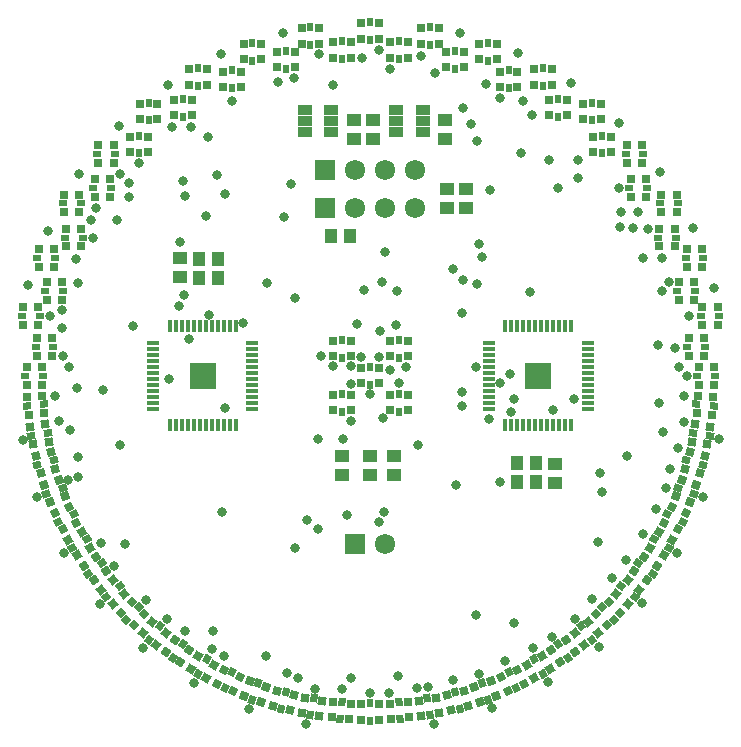
<source format=gts>
G04 Layer_Color=8388736*
%FSLAX25Y25*%
%MOIN*%
G70*
G01*
G75*
%ADD97R,0.04737X0.04343*%
%ADD98R,0.04934X0.03359*%
%ADD99R,0.04343X0.04737*%
%ADD100R,0.01600X0.04400*%
%ADD101R,0.04400X0.01600*%
%ADD102R,0.08674X0.08674*%
%ADD103R,0.02769X0.02769*%
%ADD104R,0.02375X0.02769*%
%ADD105R,0.02769X0.02769*%
%ADD106R,0.02769X0.02375*%
%ADD107P,0.03915X4X320.0*%
G04:AMPARAMS|DCode=108|XSize=23.75mil|YSize=27.69mil|CornerRadius=0mil|HoleSize=0mil|Usage=FLASHONLY|Rotation=275.000|XOffset=0mil|YOffset=0mil|HoleType=Round|Shape=Rectangle|*
%AMROTATEDRECTD108*
4,1,4,-0.01483,0.01062,0.01276,0.01304,0.01483,-0.01062,-0.01276,-0.01304,-0.01483,0.01062,0.0*
%
%ADD108ROTATEDRECTD108*%

%ADD109P,0.03915X4X335.0*%
G04:AMPARAMS|DCode=110|XSize=23.75mil|YSize=27.69mil|CornerRadius=0mil|HoleSize=0mil|Usage=FLASHONLY|Rotation=290.000|XOffset=0mil|YOffset=0mil|HoleType=Round|Shape=Rectangle|*
%AMROTATEDRECTD110*
4,1,4,-0.01707,0.00642,0.00895,0.01589,0.01707,-0.00642,-0.00895,-0.01589,-0.01707,0.00642,0.0*
%
%ADD110ROTATEDRECTD110*%

%ADD111P,0.03915X4X350.0*%
G04:AMPARAMS|DCode=112|XSize=23.75mil|YSize=27.69mil|CornerRadius=0mil|HoleSize=0mil|Usage=FLASHONLY|Rotation=305.000|XOffset=0mil|YOffset=0mil|HoleType=Round|Shape=Rectangle|*
%AMROTATEDRECTD112*
4,1,4,-0.01815,0.00179,0.00453,0.01767,0.01815,-0.00179,-0.00453,-0.01767,-0.01815,0.00179,0.0*
%
%ADD112ROTATEDRECTD112*%

%ADD113P,0.03915X4X365.0*%
G04:AMPARAMS|DCode=114|XSize=23.75mil|YSize=27.69mil|CornerRadius=0mil|HoleSize=0mil|Usage=FLASHONLY|Rotation=320.000|XOffset=0mil|YOffset=0mil|HoleType=Round|Shape=Rectangle|*
%AMROTATEDRECTD114*
4,1,4,-0.01799,-0.00297,-0.00020,0.01824,0.01799,0.00297,0.00020,-0.01824,-0.01799,-0.00297,0.0*
%
%ADD114ROTATEDRECTD114*%

%ADD115P,0.03915X4X380.0*%
G04:AMPARAMS|DCode=116|XSize=23.75mil|YSize=27.69mil|CornerRadius=0mil|HoleSize=0mil|Usage=FLASHONLY|Rotation=335.000|XOffset=0mil|YOffset=0mil|HoleType=Round|Shape=Rectangle|*
%AMROTATEDRECTD116*
4,1,4,-0.01661,-0.00753,-0.00491,0.01756,0.01661,0.00753,0.00491,-0.01756,-0.01661,-0.00753,0.0*
%
%ADD116ROTATEDRECTD116*%

%ADD117P,0.03915X4X395.0*%
G04:AMPARAMS|DCode=118|XSize=23.75mil|YSize=27.69mil|CornerRadius=0mil|HoleSize=0mil|Usage=FLASHONLY|Rotation=350.000|XOffset=0mil|YOffset=0mil|HoleType=Round|Shape=Rectangle|*
%AMROTATEDRECTD118*
4,1,4,-0.01410,-0.01157,-0.00929,0.01569,0.01410,0.01157,0.00929,-0.01569,-0.01410,-0.01157,0.0*
%
%ADD118ROTATEDRECTD118*%

%ADD119P,0.03915X4X50.0*%
G04:AMPARAMS|DCode=120|XSize=23.75mil|YSize=27.69mil|CornerRadius=0mil|HoleSize=0mil|Usage=FLASHONLY|Rotation=5.000|XOffset=0mil|YOffset=0mil|HoleType=Round|Shape=Rectangle|*
%AMROTATEDRECTD120*
4,1,4,-0.01062,-0.01483,-0.01304,0.01276,0.01062,0.01483,0.01304,-0.01276,-0.01062,-0.01483,0.0*
%
%ADD120ROTATEDRECTD120*%

%ADD121P,0.03915X4X65.0*%
G04:AMPARAMS|DCode=122|XSize=23.75mil|YSize=27.69mil|CornerRadius=0mil|HoleSize=0mil|Usage=FLASHONLY|Rotation=20.000|XOffset=0mil|YOffset=0mil|HoleType=Round|Shape=Rectangle|*
%AMROTATEDRECTD122*
4,1,4,-0.00642,-0.01707,-0.01589,0.00895,0.00642,0.01707,0.01589,-0.00895,-0.00642,-0.01707,0.0*
%
%ADD122ROTATEDRECTD122*%

%ADD123P,0.03915X4X80.0*%
G04:AMPARAMS|DCode=124|XSize=23.75mil|YSize=27.69mil|CornerRadius=0mil|HoleSize=0mil|Usage=FLASHONLY|Rotation=35.000|XOffset=0mil|YOffset=0mil|HoleType=Round|Shape=Rectangle|*
%AMROTATEDRECTD124*
4,1,4,-0.00179,-0.01815,-0.01767,0.00453,0.00179,0.01815,0.01767,-0.00453,-0.00179,-0.01815,0.0*
%
%ADD124ROTATEDRECTD124*%

%ADD125P,0.03915X4X95.0*%
G04:AMPARAMS|DCode=126|XSize=23.75mil|YSize=27.69mil|CornerRadius=0mil|HoleSize=0mil|Usage=FLASHONLY|Rotation=50.000|XOffset=0mil|YOffset=0mil|HoleType=Round|Shape=Rectangle|*
%AMROTATEDRECTD126*
4,1,4,0.00297,-0.01799,-0.01824,-0.00020,-0.00297,0.01799,0.01824,0.00020,0.00297,-0.01799,0.0*
%
%ADD126ROTATEDRECTD126*%

%ADD127P,0.03915X4X110.0*%
G04:AMPARAMS|DCode=128|XSize=23.75mil|YSize=27.69mil|CornerRadius=0mil|HoleSize=0mil|Usage=FLASHONLY|Rotation=65.000|XOffset=0mil|YOffset=0mil|HoleType=Round|Shape=Rectangle|*
%AMROTATEDRECTD128*
4,1,4,0.00753,-0.01661,-0.01756,-0.00491,-0.00753,0.01661,0.01756,0.00491,0.00753,-0.01661,0.0*
%
%ADD128ROTATEDRECTD128*%

%ADD129P,0.03915X4X125.0*%
G04:AMPARAMS|DCode=130|XSize=23.75mil|YSize=27.69mil|CornerRadius=0mil|HoleSize=0mil|Usage=FLASHONLY|Rotation=80.000|XOffset=0mil|YOffset=0mil|HoleType=Round|Shape=Rectangle|*
%AMROTATEDRECTD130*
4,1,4,0.01157,-0.01410,-0.01569,-0.00929,-0.01157,0.01410,0.01569,0.00929,0.01157,-0.01410,0.0*
%
%ADD130ROTATEDRECTD130*%

%ADD131P,0.03915X4X330.0*%
G04:AMPARAMS|DCode=132|XSize=23.75mil|YSize=27.69mil|CornerRadius=0mil|HoleSize=0mil|Usage=FLASHONLY|Rotation=285.000|XOffset=0mil|YOffset=0mil|HoleType=Round|Shape=Rectangle|*
%AMROTATEDRECTD132*
4,1,4,-0.01644,0.00789,0.01030,0.01505,0.01644,-0.00789,-0.01030,-0.01505,-0.01644,0.00789,0.0*
%
%ADD132ROTATEDRECTD132*%

%ADD133P,0.03915X4X345.0*%
G04:AMPARAMS|DCode=134|XSize=23.75mil|YSize=27.69mil|CornerRadius=0mil|HoleSize=0mil|Usage=FLASHONLY|Rotation=300.000|XOffset=0mil|YOffset=0mil|HoleType=Round|Shape=Rectangle|*
%AMROTATEDRECTD134*
4,1,4,-0.01793,0.00336,0.00605,0.01720,0.01793,-0.00336,-0.00605,-0.01720,-0.01793,0.00336,0.0*
%
%ADD134ROTATEDRECTD134*%

%ADD135P,0.03915X4X360.0*%
G04:AMPARAMS|DCode=136|XSize=23.75mil|YSize=27.69mil|CornerRadius=0mil|HoleSize=0mil|Usage=FLASHONLY|Rotation=315.000|XOffset=0mil|YOffset=0mil|HoleType=Round|Shape=Rectangle|*
%AMROTATEDRECTD136*
4,1,4,-0.01818,-0.00139,0.00139,0.01818,0.01818,0.00139,-0.00139,-0.01818,-0.01818,-0.00139,0.0*
%
%ADD136ROTATEDRECTD136*%

%ADD137P,0.03915X4X375.0*%
G04:AMPARAMS|DCode=138|XSize=23.75mil|YSize=27.69mil|CornerRadius=0mil|HoleSize=0mil|Usage=FLASHONLY|Rotation=330.000|XOffset=0mil|YOffset=0mil|HoleType=Round|Shape=Rectangle|*
%AMROTATEDRECTD138*
4,1,4,-0.01720,-0.00605,-0.00336,0.01793,0.01720,0.00605,0.00336,-0.01793,-0.01720,-0.00605,0.0*
%
%ADD138ROTATEDRECTD138*%

%ADD139P,0.03915X4X390.0*%
G04:AMPARAMS|DCode=140|XSize=23.75mil|YSize=27.69mil|CornerRadius=0mil|HoleSize=0mil|Usage=FLASHONLY|Rotation=345.000|XOffset=0mil|YOffset=0mil|HoleType=Round|Shape=Rectangle|*
%AMROTATEDRECTD140*
4,1,4,-0.01505,-0.01030,-0.00789,0.01644,0.01505,0.01030,0.00789,-0.01644,-0.01505,-0.01030,0.0*
%
%ADD140ROTATEDRECTD140*%

%ADD141P,0.03915X4X60.0*%
G04:AMPARAMS|DCode=142|XSize=23.75mil|YSize=27.69mil|CornerRadius=0mil|HoleSize=0mil|Usage=FLASHONLY|Rotation=15.000|XOffset=0mil|YOffset=0mil|HoleType=Round|Shape=Rectangle|*
%AMROTATEDRECTD142*
4,1,4,-0.00789,-0.01644,-0.01505,0.01030,0.00789,0.01644,0.01505,-0.01030,-0.00789,-0.01644,0.0*
%
%ADD142ROTATEDRECTD142*%

%ADD143P,0.03915X4X75.0*%
G04:AMPARAMS|DCode=144|XSize=23.75mil|YSize=27.69mil|CornerRadius=0mil|HoleSize=0mil|Usage=FLASHONLY|Rotation=30.000|XOffset=0mil|YOffset=0mil|HoleType=Round|Shape=Rectangle|*
%AMROTATEDRECTD144*
4,1,4,-0.00336,-0.01793,-0.01720,0.00605,0.00336,0.01793,0.01720,-0.00605,-0.00336,-0.01793,0.0*
%
%ADD144ROTATEDRECTD144*%

%ADD145P,0.03915X4X90.0*%
G04:AMPARAMS|DCode=146|XSize=23.75mil|YSize=27.69mil|CornerRadius=0mil|HoleSize=0mil|Usage=FLASHONLY|Rotation=45.000|XOffset=0mil|YOffset=0mil|HoleType=Round|Shape=Rectangle|*
%AMROTATEDRECTD146*
4,1,4,0.00139,-0.01818,-0.01818,0.00139,-0.00139,0.01818,0.01818,-0.00139,0.00139,-0.01818,0.0*
%
%ADD146ROTATEDRECTD146*%

%ADD147P,0.03915X4X105.0*%
G04:AMPARAMS|DCode=148|XSize=23.75mil|YSize=27.69mil|CornerRadius=0mil|HoleSize=0mil|Usage=FLASHONLY|Rotation=60.000|XOffset=0mil|YOffset=0mil|HoleType=Round|Shape=Rectangle|*
%AMROTATEDRECTD148*
4,1,4,0.00605,-0.01720,-0.01793,-0.00336,-0.00605,0.01720,0.01793,0.00336,0.00605,-0.01720,0.0*
%
%ADD148ROTATEDRECTD148*%

%ADD149P,0.03915X4X120.0*%
G04:AMPARAMS|DCode=150|XSize=23.75mil|YSize=27.69mil|CornerRadius=0mil|HoleSize=0mil|Usage=FLASHONLY|Rotation=75.000|XOffset=0mil|YOffset=0mil|HoleType=Round|Shape=Rectangle|*
%AMROTATEDRECTD150*
4,1,4,0.01030,-0.01505,-0.01644,-0.00789,-0.01030,0.01505,0.01644,0.00789,0.01030,-0.01505,0.0*
%
%ADD150ROTATEDRECTD150*%

%ADD151P,0.03915X4X130.0*%
G04:AMPARAMS|DCode=152|XSize=23.75mil|YSize=27.69mil|CornerRadius=0mil|HoleSize=0mil|Usage=FLASHONLY|Rotation=85.000|XOffset=0mil|YOffset=0mil|HoleType=Round|Shape=Rectangle|*
%AMROTATEDRECTD152*
4,1,4,0.01276,-0.01304,-0.01483,-0.01062,-0.01276,0.01304,0.01483,0.01062,0.01276,-0.01304,0.0*
%
%ADD152ROTATEDRECTD152*%

%ADD153P,0.03915X4X115.0*%
G04:AMPARAMS|DCode=154|XSize=23.75mil|YSize=27.69mil|CornerRadius=0mil|HoleSize=0mil|Usage=FLASHONLY|Rotation=70.000|XOffset=0mil|YOffset=0mil|HoleType=Round|Shape=Rectangle|*
%AMROTATEDRECTD154*
4,1,4,0.00895,-0.01589,-0.01707,-0.00642,-0.00895,0.01589,0.01707,0.00642,0.00895,-0.01589,0.0*
%
%ADD154ROTATEDRECTD154*%

%ADD155P,0.03915X4X100.0*%
G04:AMPARAMS|DCode=156|XSize=23.75mil|YSize=27.69mil|CornerRadius=0mil|HoleSize=0mil|Usage=FLASHONLY|Rotation=55.000|XOffset=0mil|YOffset=0mil|HoleType=Round|Shape=Rectangle|*
%AMROTATEDRECTD156*
4,1,4,0.00453,-0.01767,-0.01815,-0.00179,-0.00453,0.01767,0.01815,0.00179,0.00453,-0.01767,0.0*
%
%ADD156ROTATEDRECTD156*%

%ADD157P,0.03915X4X85.0*%
G04:AMPARAMS|DCode=158|XSize=23.75mil|YSize=27.69mil|CornerRadius=0mil|HoleSize=0mil|Usage=FLASHONLY|Rotation=40.000|XOffset=0mil|YOffset=0mil|HoleType=Round|Shape=Rectangle|*
%AMROTATEDRECTD158*
4,1,4,-0.00020,-0.01824,-0.01799,0.00297,0.00020,0.01824,0.01799,-0.00297,-0.00020,-0.01824,0.0*
%
%ADD158ROTATEDRECTD158*%

%ADD159P,0.03915X4X70.0*%
G04:AMPARAMS|DCode=160|XSize=23.75mil|YSize=27.69mil|CornerRadius=0mil|HoleSize=0mil|Usage=FLASHONLY|Rotation=25.000|XOffset=0mil|YOffset=0mil|HoleType=Round|Shape=Rectangle|*
%AMROTATEDRECTD160*
4,1,4,-0.00491,-0.01756,-0.01661,0.00753,0.00491,0.01756,0.01661,-0.00753,-0.00491,-0.01756,0.0*
%
%ADD160ROTATEDRECTD160*%

%ADD161P,0.03915X4X55.0*%
G04:AMPARAMS|DCode=162|XSize=23.75mil|YSize=27.69mil|CornerRadius=0mil|HoleSize=0mil|Usage=FLASHONLY|Rotation=10.000|XOffset=0mil|YOffset=0mil|HoleType=Round|Shape=Rectangle|*
%AMROTATEDRECTD162*
4,1,4,-0.00929,-0.01569,-0.01410,0.01157,0.00929,0.01569,0.01410,-0.01157,-0.00929,-0.01569,0.0*
%
%ADD162ROTATEDRECTD162*%

%ADD163P,0.03915X4X400.0*%
G04:AMPARAMS|DCode=164|XSize=23.75mil|YSize=27.69mil|CornerRadius=0mil|HoleSize=0mil|Usage=FLASHONLY|Rotation=355.000|XOffset=0mil|YOffset=0mil|HoleType=Round|Shape=Rectangle|*
%AMROTATEDRECTD164*
4,1,4,-0.01304,-0.01276,-0.01062,0.01483,0.01304,0.01276,0.01062,-0.01483,-0.01304,-0.01276,0.0*
%
%ADD164ROTATEDRECTD164*%

%ADD165P,0.03915X4X385.0*%
G04:AMPARAMS|DCode=166|XSize=23.75mil|YSize=27.69mil|CornerRadius=0mil|HoleSize=0mil|Usage=FLASHONLY|Rotation=340.000|XOffset=0mil|YOffset=0mil|HoleType=Round|Shape=Rectangle|*
%AMROTATEDRECTD166*
4,1,4,-0.01589,-0.00895,-0.00642,0.01707,0.01589,0.00895,0.00642,-0.01707,-0.01589,-0.00895,0.0*
%
%ADD166ROTATEDRECTD166*%

%ADD167P,0.03915X4X370.0*%
G04:AMPARAMS|DCode=168|XSize=23.75mil|YSize=27.69mil|CornerRadius=0mil|HoleSize=0mil|Usage=FLASHONLY|Rotation=325.000|XOffset=0mil|YOffset=0mil|HoleType=Round|Shape=Rectangle|*
%AMROTATEDRECTD168*
4,1,4,-0.01767,-0.00453,-0.00179,0.01815,0.01767,0.00453,0.00179,-0.01815,-0.01767,-0.00453,0.0*
%
%ADD168ROTATEDRECTD168*%

%ADD169P,0.03915X4X355.0*%
G04:AMPARAMS|DCode=170|XSize=23.75mil|YSize=27.69mil|CornerRadius=0mil|HoleSize=0mil|Usage=FLASHONLY|Rotation=310.000|XOffset=0mil|YOffset=0mil|HoleType=Round|Shape=Rectangle|*
%AMROTATEDRECTD170*
4,1,4,-0.01824,0.00020,0.00297,0.01799,0.01824,-0.00020,-0.00297,-0.01799,-0.01824,0.00020,0.0*
%
%ADD170ROTATEDRECTD170*%

%ADD171P,0.03915X4X340.0*%
G04:AMPARAMS|DCode=172|XSize=23.75mil|YSize=27.69mil|CornerRadius=0mil|HoleSize=0mil|Usage=FLASHONLY|Rotation=295.000|XOffset=0mil|YOffset=0mil|HoleType=Round|Shape=Rectangle|*
%AMROTATEDRECTD172*
4,1,4,-0.01756,0.00491,0.00753,0.01661,0.01756,-0.00491,-0.00753,-0.01661,-0.01756,0.00491,0.0*
%
%ADD172ROTATEDRECTD172*%

%ADD173P,0.03915X4X325.0*%
G04:AMPARAMS|DCode=174|XSize=23.75mil|YSize=27.69mil|CornerRadius=0mil|HoleSize=0mil|Usage=FLASHONLY|Rotation=280.000|XOffset=0mil|YOffset=0mil|HoleType=Round|Shape=Rectangle|*
%AMROTATEDRECTD174*
4,1,4,-0.01569,0.00929,0.01157,0.01410,0.01569,-0.00929,-0.01157,-0.01410,-0.01569,0.00929,0.0*
%
%ADD174ROTATEDRECTD174*%

%ADD175R,0.06784X0.06784*%
%ADD176C,0.06784*%
%ADD177C,0.03200*%
D97*
X1000Y85150D02*
D03*
Y78850D02*
D03*
X-5500Y85150D02*
D03*
Y78850D02*
D03*
X25000Y85150D02*
D03*
Y78850D02*
D03*
X32000Y55850D02*
D03*
Y62150D02*
D03*
X25500Y55850D02*
D03*
Y62150D02*
D03*
X-63500Y32850D02*
D03*
Y39150D02*
D03*
X8000Y-26850D02*
D03*
Y-33150D02*
D03*
X0Y-26850D02*
D03*
Y-33150D02*
D03*
X-9500Y-26850D02*
D03*
Y-33150D02*
D03*
X61500Y-29350D02*
D03*
Y-35650D02*
D03*
D98*
X-13071Y81260D02*
D03*
Y85000D02*
D03*
Y88740D02*
D03*
X-21929D02*
D03*
Y85000D02*
D03*
Y81260D02*
D03*
X17429D02*
D03*
Y85000D02*
D03*
Y88740D02*
D03*
X8571D02*
D03*
Y85000D02*
D03*
Y81260D02*
D03*
D99*
X-13150Y46500D02*
D03*
X-6850D02*
D03*
X-57150Y39000D02*
D03*
X-50850D02*
D03*
X-57150Y32500D02*
D03*
X-50850D02*
D03*
X48850Y-29000D02*
D03*
X55150D02*
D03*
X48850Y-35500D02*
D03*
X55150D02*
D03*
D100*
X-66906Y16500D02*
D03*
X-64906D02*
D03*
X-62906D02*
D03*
X-60906D02*
D03*
X-58906D02*
D03*
X-56906D02*
D03*
X-54906D02*
D03*
X-52906D02*
D03*
X-50906D02*
D03*
X-48906D02*
D03*
X-46906D02*
D03*
X-44906D02*
D03*
Y-16500D02*
D03*
X-46906D02*
D03*
X-48906D02*
D03*
X-50906D02*
D03*
X-52906D02*
D03*
X-54906D02*
D03*
X-56906D02*
D03*
X-58906D02*
D03*
X-60906D02*
D03*
X-62906D02*
D03*
X-64906D02*
D03*
X-66906D02*
D03*
X66906D02*
D03*
X64906D02*
D03*
X62906D02*
D03*
X60906D02*
D03*
X58906D02*
D03*
X56906D02*
D03*
X54906D02*
D03*
X52906D02*
D03*
X50906D02*
D03*
X48906D02*
D03*
X46906D02*
D03*
X44906D02*
D03*
Y16500D02*
D03*
X46906D02*
D03*
X48906D02*
D03*
X50906D02*
D03*
X52906D02*
D03*
X54906D02*
D03*
X56906D02*
D03*
X58906D02*
D03*
X60906D02*
D03*
X62906D02*
D03*
X64906D02*
D03*
X66906D02*
D03*
D101*
X-39406Y11000D02*
D03*
Y9000D02*
D03*
Y7000D02*
D03*
Y5000D02*
D03*
Y3000D02*
D03*
Y1000D02*
D03*
Y-1000D02*
D03*
Y-3000D02*
D03*
Y-5000D02*
D03*
Y-7000D02*
D03*
Y-9000D02*
D03*
Y-11000D02*
D03*
X-72406D02*
D03*
Y-9000D02*
D03*
Y-7000D02*
D03*
Y-5000D02*
D03*
Y-3000D02*
D03*
Y-1000D02*
D03*
Y1000D02*
D03*
Y3000D02*
D03*
Y5000D02*
D03*
Y7000D02*
D03*
Y9000D02*
D03*
Y11000D02*
D03*
X39406Y-11000D02*
D03*
Y-9000D02*
D03*
Y-7000D02*
D03*
Y-5000D02*
D03*
Y-3000D02*
D03*
Y-1000D02*
D03*
Y1000D02*
D03*
Y3000D02*
D03*
Y5000D02*
D03*
Y7000D02*
D03*
Y9000D02*
D03*
Y11000D02*
D03*
X72406D02*
D03*
Y9000D02*
D03*
Y7000D02*
D03*
Y5000D02*
D03*
Y3000D02*
D03*
Y1000D02*
D03*
Y-1000D02*
D03*
Y-3000D02*
D03*
Y-5000D02*
D03*
Y-7000D02*
D03*
Y-9000D02*
D03*
Y-11000D02*
D03*
D102*
X-55906Y0D02*
D03*
X55906D02*
D03*
D103*
X-12453Y11559D02*
D03*
X-6547D02*
D03*
X-12453Y6441D02*
D03*
X-6547D02*
D03*
X6547Y11559D02*
D03*
X12453D02*
D03*
X6547Y6441D02*
D03*
X12453D02*
D03*
X-2953Y2559D02*
D03*
X2953D02*
D03*
X-2953Y-2559D02*
D03*
X2953D02*
D03*
X-6547Y-11559D02*
D03*
X-12453D02*
D03*
X-6547Y-6441D02*
D03*
X-12453D02*
D03*
X12453Y-11559D02*
D03*
X6547D02*
D03*
X12453Y-6441D02*
D03*
X6547D02*
D03*
X-6552Y106081D02*
D03*
X-12458D02*
D03*
X-6552Y111199D02*
D03*
X-12457D02*
D03*
X-36366Y105468D02*
D03*
X-42272Y105469D02*
D03*
X-36366Y110587D02*
D03*
X-42272D02*
D03*
X-59599Y86774D02*
D03*
X-65504Y86774D02*
D03*
X-59599Y91892D02*
D03*
X-65504D02*
D03*
X76848Y85506D02*
D03*
X70942Y85506D02*
D03*
X76848Y90624D02*
D03*
X70943Y90624D02*
D03*
X49041Y96278D02*
D03*
X43136D02*
D03*
X49041Y101396D02*
D03*
X43136Y101397D02*
D03*
X22915Y110655D02*
D03*
X17010D02*
D03*
X22915Y115773D02*
D03*
X17010D02*
D03*
X-25273Y102780D02*
D03*
X-31178Y102780D02*
D03*
X-25273Y107898D02*
D03*
X-31178D02*
D03*
X-54528Y97000D02*
D03*
X-60433D02*
D03*
X-54527Y102118D02*
D03*
X-60433D02*
D03*
X-74161Y74555D02*
D03*
X-80066D02*
D03*
X-74161Y79673D02*
D03*
X-80066D02*
D03*
X-2953Y-109449D02*
D03*
X2953D02*
D03*
X-2953Y-114567D02*
D03*
X2953D02*
D03*
X80066Y74555D02*
D03*
X74161D02*
D03*
X80066Y79673D02*
D03*
X74161D02*
D03*
X60433Y97000D02*
D03*
X54528D02*
D03*
X60433Y102118D02*
D03*
X54528D02*
D03*
X31178Y102780D02*
D03*
X25273Y102780D02*
D03*
X31178Y107898D02*
D03*
X25273D02*
D03*
X2953Y112402D02*
D03*
X-2953D02*
D03*
X2953Y117520D02*
D03*
X-2953D02*
D03*
X12458Y106081D02*
D03*
X6552D02*
D03*
X12458Y111199D02*
D03*
X6552D02*
D03*
X42272Y105469D02*
D03*
X36366D02*
D03*
X42272Y110587D02*
D03*
X36366D02*
D03*
X65504Y86774D02*
D03*
X59599D02*
D03*
X65504Y91892D02*
D03*
X59599D02*
D03*
X-70942Y85506D02*
D03*
X-76848D02*
D03*
X-70943Y90624D02*
D03*
X-76848D02*
D03*
X-43136Y96278D02*
D03*
X-49041D02*
D03*
X-43136Y101397D02*
D03*
X-49041D02*
D03*
X-17010Y110655D02*
D03*
X-22915D02*
D03*
X-17010Y115773D02*
D03*
X-22915D02*
D03*
D104*
X-9500Y11953D02*
D03*
Y6047D02*
D03*
X9500Y11953D02*
D03*
Y6047D02*
D03*
X0Y2953D02*
D03*
Y-2953D02*
D03*
X-9500Y-11953D02*
D03*
Y-6047D02*
D03*
X9500Y-11953D02*
D03*
Y-6047D02*
D03*
X-9505Y105687D02*
D03*
Y111593D02*
D03*
X-39319Y105075D02*
D03*
Y110980D02*
D03*
X-62552Y86380D02*
D03*
X-62551Y92285D02*
D03*
X73895Y85112D02*
D03*
X73895Y91018D02*
D03*
X46089Y95885D02*
D03*
X46089Y101790D02*
D03*
X19963Y110261D02*
D03*
Y116167D02*
D03*
X-28226Y102386D02*
D03*
Y108292D02*
D03*
X-57480Y96606D02*
D03*
Y102512D02*
D03*
X-77114Y74161D02*
D03*
Y80066D02*
D03*
X0Y-109055D02*
D03*
Y-114961D02*
D03*
X77114Y74161D02*
D03*
Y80066D02*
D03*
X57480Y96606D02*
D03*
Y102512D02*
D03*
X28226Y102386D02*
D03*
Y108292D02*
D03*
X0Y112008D02*
D03*
Y117913D02*
D03*
X9505Y105687D02*
D03*
Y111593D02*
D03*
X39319Y105075D02*
D03*
Y110980D02*
D03*
X62551Y86380D02*
D03*
Y92285D02*
D03*
X-73895Y85112D02*
D03*
Y91018D02*
D03*
X-46089Y95885D02*
D03*
Y101790D02*
D03*
X-19963Y110261D02*
D03*
Y116167D02*
D03*
D105*
X-85506Y76848D02*
D03*
X-85506Y70942D02*
D03*
X-90624Y76848D02*
D03*
X-90624Y70943D02*
D03*
X-96278Y49041D02*
D03*
Y43136D02*
D03*
X-101396Y49041D02*
D03*
X-101397Y43136D02*
D03*
X-110655Y22915D02*
D03*
Y17010D02*
D03*
X-115773Y22915D02*
D03*
Y17010D02*
D03*
X106081Y6552D02*
D03*
Y12458D02*
D03*
X111199Y6552D02*
D03*
Y12457D02*
D03*
X105468Y36366D02*
D03*
X105469Y42272D02*
D03*
X110587Y36366D02*
D03*
Y42272D02*
D03*
X86774Y59599D02*
D03*
X86774Y65504D02*
D03*
X91892Y59599D02*
D03*
Y65504D02*
D03*
X-97000Y60433D02*
D03*
Y54528D02*
D03*
X-102118Y60433D02*
D03*
Y54528D02*
D03*
X-102780Y31178D02*
D03*
Y25273D02*
D03*
X-107898Y31178D02*
D03*
Y25273D02*
D03*
X-109449Y2953D02*
D03*
Y-2953D02*
D03*
X-114567Y2953D02*
D03*
Y-2953D02*
D03*
X109449D02*
D03*
Y2953D02*
D03*
X114567Y-2953D02*
D03*
Y2953D02*
D03*
X102780Y25273D02*
D03*
X102780Y31178D02*
D03*
X107898Y25273D02*
D03*
Y31178D02*
D03*
X97000Y54528D02*
D03*
Y60433D02*
D03*
X102118Y54528D02*
D03*
Y60433D02*
D03*
X85506Y70943D02*
D03*
Y76848D02*
D03*
X90624Y70943D02*
D03*
Y76848D02*
D03*
X96278Y43136D02*
D03*
Y49041D02*
D03*
X101397Y43136D02*
D03*
Y49041D02*
D03*
X110655Y17010D02*
D03*
Y22915D02*
D03*
X115773Y17010D02*
D03*
Y22915D02*
D03*
X-106081Y12458D02*
D03*
Y6552D02*
D03*
X-111199Y12458D02*
D03*
Y6552D02*
D03*
X-105469Y42272D02*
D03*
Y36366D02*
D03*
X-110587Y42272D02*
D03*
Y36366D02*
D03*
X-86774Y65504D02*
D03*
Y59599D02*
D03*
X-91892Y65504D02*
D03*
Y59599D02*
D03*
D106*
X-85112Y73895D02*
D03*
X-91018Y73895D02*
D03*
X-95885Y46089D02*
D03*
X-101790Y46089D02*
D03*
X-110261Y19963D02*
D03*
X-116167D02*
D03*
X105687Y9505D02*
D03*
X111593D02*
D03*
X105075Y39319D02*
D03*
X110980Y39319D02*
D03*
X86380Y62552D02*
D03*
X92285Y62551D02*
D03*
X-96606Y57480D02*
D03*
X-102512D02*
D03*
X-102386Y28226D02*
D03*
X-108292D02*
D03*
X-109055Y0D02*
D03*
X-114961D02*
D03*
X109055D02*
D03*
X114961D02*
D03*
X102386Y28226D02*
D03*
X108292D02*
D03*
X96606Y57480D02*
D03*
X102512D02*
D03*
X85112Y73895D02*
D03*
X91018D02*
D03*
X95885Y46089D02*
D03*
X101790D02*
D03*
X110261Y19963D02*
D03*
X116167D02*
D03*
X-105687Y9505D02*
D03*
X-111593D02*
D03*
X-105075Y39319D02*
D03*
X-110980D02*
D03*
X-86380Y62551D02*
D03*
X-92285D02*
D03*
D107*
X-109290Y-6598D02*
D03*
X-108775Y-12481D02*
D03*
X-114388Y-7044D02*
D03*
X-113874Y-12927D02*
D03*
D108*
X-108640Y-9505D02*
D03*
X-114523Y-10019D02*
D03*
D109*
X-103858Y-34659D02*
D03*
X-101838Y-40208D02*
D03*
X-108668Y-36409D02*
D03*
X-106648Y-41959D02*
D03*
D110*
X-102478Y-37299D02*
D03*
X-108028Y-39319D02*
D03*
D111*
X-91349Y-60358D02*
D03*
X-87962Y-65196D02*
D03*
X-95541Y-63294D02*
D03*
X-92154Y-68132D02*
D03*
D112*
X-89333Y-62551D02*
D03*
X-94170Y-65939D02*
D03*
D113*
X-72614Y-81945D02*
D03*
X-68090Y-85741D02*
D03*
X-75904Y-85865D02*
D03*
X-71380Y-89661D02*
D03*
D114*
X-70099Y-83541D02*
D03*
X-73895Y-88065D02*
D03*
D115*
X-48931Y-97946D02*
D03*
X-43579Y-100442D02*
D03*
X-51094Y-102585D02*
D03*
X-45742Y-105081D02*
D03*
D116*
X-46089Y-98838D02*
D03*
X-48585Y-104190D02*
D03*
D117*
X-21913Y-107273D02*
D03*
X-16098Y-108299D02*
D03*
X-22802Y-112314D02*
D03*
X-16986Y-113339D02*
D03*
D118*
X-18937Y-107398D02*
D03*
X-19963Y-113214D02*
D03*
D119*
X6598Y-109290D02*
D03*
X12481Y-108775D02*
D03*
X7044Y-114388D02*
D03*
X12927Y-113874D02*
D03*
D120*
X9505Y-108640D02*
D03*
X10020Y-114523D02*
D03*
D121*
X34659Y-103858D02*
D03*
X40208Y-101838D02*
D03*
X36409Y-108668D02*
D03*
X41959Y-106648D02*
D03*
D122*
X37299Y-102478D02*
D03*
X39319Y-108028D02*
D03*
D123*
X60358Y-91349D02*
D03*
X65196Y-87962D02*
D03*
X63294Y-95541D02*
D03*
X68132Y-92154D02*
D03*
D124*
X62552Y-89333D02*
D03*
X65939Y-94170D02*
D03*
D125*
X81945Y-72614D02*
D03*
X85741Y-68090D02*
D03*
X85865Y-75904D02*
D03*
X89661Y-71380D02*
D03*
D126*
X83541Y-70099D02*
D03*
X88065Y-73895D02*
D03*
D127*
X97946Y-48931D02*
D03*
X100442Y-43579D02*
D03*
X102585Y-51094D02*
D03*
X105081Y-45742D02*
D03*
D128*
X98838Y-46089D02*
D03*
X104190Y-48585D02*
D03*
D129*
X107273Y-21913D02*
D03*
X108299Y-16098D02*
D03*
X112314Y-22802D02*
D03*
X113339Y-16986D02*
D03*
D130*
X107398Y-18937D02*
D03*
X113214Y-19963D02*
D03*
D131*
X-106484Y-25475D02*
D03*
X-104955Y-31180D02*
D03*
X-111427Y-26800D02*
D03*
X-109899Y-32504D02*
D03*
D132*
X-105339Y-28226D02*
D03*
X-111043Y-29754D02*
D03*
D133*
X-96262Y-52167D02*
D03*
X-93309Y-57282D02*
D03*
X-100694Y-54726D02*
D03*
X-97741Y-59841D02*
D03*
D134*
X-94444Y-54528D02*
D03*
X-99559Y-57480D02*
D03*
D135*
X-79480Y-75304D02*
D03*
X-75304Y-79480D02*
D03*
X-83099Y-78923D02*
D03*
X-78923Y-83099D02*
D03*
D136*
X-77114Y-77114D02*
D03*
X-81289Y-81289D02*
D03*
D137*
X-57282Y-93309D02*
D03*
X-52167Y-96262D02*
D03*
X-59841Y-97741D02*
D03*
X-54726Y-100694D02*
D03*
D138*
X-54528Y-94444D02*
D03*
X-57480Y-99559D02*
D03*
D139*
X-31180Y-104955D02*
D03*
X-25475Y-106484D02*
D03*
X-32504Y-109899D02*
D03*
X-26800Y-111427D02*
D03*
D140*
X-28226Y-105339D02*
D03*
X-29754Y-111043D02*
D03*
D141*
X25475Y-106484D02*
D03*
X31180Y-104955D02*
D03*
X26800Y-111427D02*
D03*
X32504Y-109899D02*
D03*
D142*
X28226Y-105339D02*
D03*
X29754Y-111043D02*
D03*
D143*
X52167Y-96262D02*
D03*
X57282Y-93309D02*
D03*
X54726Y-100694D02*
D03*
X59841Y-97741D02*
D03*
D144*
X54528Y-94444D02*
D03*
X57480Y-99559D02*
D03*
D145*
X75304Y-79480D02*
D03*
X79480Y-75304D02*
D03*
X78923Y-83099D02*
D03*
X83099Y-78923D02*
D03*
D146*
X77114Y-77114D02*
D03*
X81289Y-81289D02*
D03*
D147*
X93309Y-57282D02*
D03*
X96262Y-52167D02*
D03*
X97741Y-59841D02*
D03*
X100694Y-54726D02*
D03*
D148*
X94444Y-54528D02*
D03*
X99559Y-57480D02*
D03*
D149*
X104955Y-31180D02*
D03*
X106484Y-25475D02*
D03*
X109899Y-32504D02*
D03*
X111427Y-26800D02*
D03*
D150*
X105339Y-28226D02*
D03*
X111043Y-29754D02*
D03*
D151*
X108775Y-12481D02*
D03*
X109290Y-6598D02*
D03*
X113874Y-12927D02*
D03*
X114388Y-7044D02*
D03*
D152*
X108640Y-9505D02*
D03*
X114523Y-10019D02*
D03*
D153*
X101838Y-40208D02*
D03*
X103858Y-34659D02*
D03*
X106648Y-41959D02*
D03*
X108668Y-36410D02*
D03*
D154*
X102478Y-37299D02*
D03*
X108028Y-39319D02*
D03*
D155*
X87962Y-65196D02*
D03*
X91349Y-60358D02*
D03*
X92154Y-68132D02*
D03*
X95541Y-63294D02*
D03*
D156*
X89333Y-62551D02*
D03*
X94170Y-65939D02*
D03*
D157*
X68090Y-85741D02*
D03*
X72614Y-81945D02*
D03*
X71380Y-89661D02*
D03*
X75904Y-85865D02*
D03*
D158*
X70099Y-83541D02*
D03*
X73895Y-88065D02*
D03*
D159*
X43579Y-100442D02*
D03*
X48931Y-97946D02*
D03*
X45742Y-105081D02*
D03*
X51094Y-102585D02*
D03*
D160*
X46089Y-98837D02*
D03*
X48584Y-104190D02*
D03*
D161*
X16098Y-108299D02*
D03*
X21913Y-107273D02*
D03*
X16986Y-113339D02*
D03*
X22802Y-112314D02*
D03*
D162*
X18937Y-107398D02*
D03*
X19963Y-113214D02*
D03*
D163*
X-12481Y-108775D02*
D03*
X-6598Y-109290D02*
D03*
X-12927Y-113874D02*
D03*
X-7044Y-114388D02*
D03*
D164*
X-9505Y-108640D02*
D03*
X-10019Y-114523D02*
D03*
D165*
X-40208Y-101838D02*
D03*
X-34659Y-103858D02*
D03*
X-41959Y-106648D02*
D03*
X-36410Y-108668D02*
D03*
D166*
X-37299Y-102478D02*
D03*
X-39319Y-108028D02*
D03*
D167*
X-65196Y-87962D02*
D03*
X-60358Y-91349D02*
D03*
X-68132Y-92154D02*
D03*
X-63294Y-95541D02*
D03*
D168*
X-62551Y-89333D02*
D03*
X-65939Y-94170D02*
D03*
D169*
X-85741Y-68090D02*
D03*
X-81945Y-72614D02*
D03*
X-89661Y-71380D02*
D03*
X-85865Y-75904D02*
D03*
D170*
X-83541Y-70099D02*
D03*
X-88065Y-73895D02*
D03*
D171*
X-100442Y-43579D02*
D03*
X-97946Y-48931D02*
D03*
X-105081Y-45742D02*
D03*
X-102585Y-51094D02*
D03*
D172*
X-98837Y-46089D02*
D03*
X-104190Y-48584D02*
D03*
D173*
X-108299Y-16098D02*
D03*
X-107273Y-21913D02*
D03*
X-113339Y-16986D02*
D03*
X-112314Y-22802D02*
D03*
D174*
X-107398Y-18937D02*
D03*
X-113214Y-19963D02*
D03*
D175*
X-15000Y68500D02*
D03*
Y55906D02*
D03*
X-5000Y-55906D02*
D03*
D176*
Y68500D02*
D03*
X5000D02*
D03*
X15000D02*
D03*
X-5000Y55906D02*
D03*
X5000D02*
D03*
X15000D02*
D03*
X5000Y-55906D02*
D03*
D177*
X-48600Y-10600D02*
D03*
X28700Y-36400D02*
D03*
X-63900Y23300D02*
D03*
X35400Y30700D02*
D03*
X35100Y2900D02*
D03*
X30700Y20900D02*
D03*
X30800Y31900D02*
D03*
X27600Y35700D02*
D03*
X47900Y-7600D02*
D03*
X46900Y-11900D02*
D03*
X-6500Y-2600D02*
D03*
X9500Y-2500D02*
D03*
X11800Y3000D02*
D03*
X6600Y1900D02*
D03*
X8700Y16800D02*
D03*
X-4600Y17200D02*
D03*
X15900Y-23000D02*
D03*
X-17300Y-21200D02*
D03*
X-6600Y-15000D02*
D03*
X0Y-6100D02*
D03*
X4200Y-14200D02*
D03*
X2900Y6200D02*
D03*
X-9000Y-21200D02*
D03*
X-100300Y2800D02*
D03*
X-97900Y-4200D02*
D03*
X-105098Y-6598D02*
D03*
X-100200Y-18200D02*
D03*
X-102780Y21780D02*
D03*
X-102448Y6552D02*
D03*
X-102800Y16000D02*
D03*
X-106737Y19963D02*
D03*
X-92411Y46089D02*
D03*
X-98000Y39100D02*
D03*
X-93000Y52100D02*
D03*
X-91600Y56000D02*
D03*
X-84600Y52000D02*
D03*
X30600Y-5500D02*
D03*
X39400Y-14400D02*
D03*
X-77114Y70900D02*
D03*
X-80400Y64200D02*
D03*
X-83600Y67300D02*
D03*
X-80399Y59599D02*
D03*
X-62600Y65000D02*
D03*
X-46100Y91500D02*
D03*
X-25300Y99400D02*
D03*
X-30800Y97800D02*
D03*
X-12400Y96900D02*
D03*
X-2900Y106000D02*
D03*
X-17000Y107200D02*
D03*
X-26300Y63800D02*
D03*
X31000Y89400D02*
D03*
X3000Y108600D02*
D03*
X21500Y101100D02*
D03*
X6552Y102400D02*
D03*
X38700Y97200D02*
D03*
X43200Y92600D02*
D03*
X50800Y91600D02*
D03*
X53900Y87100D02*
D03*
X59600Y72100D02*
D03*
X62400Y62500D02*
D03*
X69100Y65900D02*
D03*
X83400Y54700D02*
D03*
X87400Y49400D02*
D03*
X83350Y49468D02*
D03*
X-83300Y-22900D02*
D03*
X85600Y-26600D02*
D03*
X104500Y-15300D02*
D03*
X102600Y-24100D02*
D03*
X97400Y-18800D02*
D03*
X97126Y28226D02*
D03*
X92659Y49041D02*
D03*
X90919Y39319D02*
D03*
X97219D02*
D03*
X99500Y31300D02*
D03*
X102900Y2900D02*
D03*
X105500Y0D02*
D03*
X95900Y10400D02*
D03*
X106200Y20100D02*
D03*
X104700Y-6700D02*
D03*
X96200Y-9100D02*
D03*
X77300Y-38600D02*
D03*
X98399Y-37299D02*
D03*
X91000Y-52600D02*
D03*
X80400Y-67500D02*
D03*
X85100Y-61300D02*
D03*
X68100Y-80900D02*
D03*
X54200Y-90700D02*
D03*
X47800Y-82300D02*
D03*
X44900Y-95200D02*
D03*
X36100Y-99300D02*
D03*
X27400Y-101500D02*
D03*
X6200Y-105700D02*
D03*
X15400Y-104000D02*
D03*
X19200Y-103600D02*
D03*
X-9400Y-104500D02*
D03*
X-18537Y-104437D02*
D03*
X-6498Y-100800D02*
D03*
X-24200D02*
D03*
X-27700Y-99100D02*
D03*
X-34659Y-93500D02*
D03*
X-48800Y-93300D02*
D03*
X-52500Y-85000D02*
D03*
X-74900Y-74600D02*
D03*
X-61900Y-84900D02*
D03*
X-67900Y-80900D02*
D03*
X-81900Y-56200D02*
D03*
X-85300Y-63500D02*
D03*
X-89800Y-55800D02*
D03*
X-67000Y-1000D02*
D03*
X-100841Y-34659D02*
D03*
X60906Y-11506D02*
D03*
X-60406Y12300D02*
D03*
X68000Y-7606D02*
D03*
X37257Y39500D02*
D03*
X-51100Y67000D02*
D03*
X36359Y43915D02*
D03*
X46400Y600D02*
D03*
X33400Y84000D02*
D03*
X43200Y-2250D02*
D03*
X30600Y-10000D02*
D03*
X-53700Y20300D02*
D03*
X-97500Y31100D02*
D03*
X-79100Y16500D02*
D03*
X-97400Y-26900D02*
D03*
Y-33800D02*
D03*
X60600Y-86900D02*
D03*
X74000Y-74300D02*
D03*
X76500Y-32300D02*
D03*
X-25000Y25900D02*
D03*
X-34400Y31000D02*
D03*
X100000Y-31180D02*
D03*
X101400Y9300D02*
D03*
X89200Y54700D02*
D03*
X69100Y72100D02*
D03*
X17000Y106600D02*
D03*
X40000Y61900D02*
D03*
X53200Y27900D02*
D03*
X-3000Y6200D02*
D03*
X3300Y14900D02*
D03*
X-42500Y17606D02*
D03*
X35100Y-79800D02*
D03*
X-103700Y-15100D02*
D03*
X35600Y78300D02*
D03*
X9205Y-100205D02*
D03*
X0Y-105700D02*
D03*
X95100Y-44400D02*
D03*
X82900Y62600D02*
D03*
X-52700Y-91200D02*
D03*
X-16400Y6441D02*
D03*
X-6547Y3200D02*
D03*
X-12453D02*
D03*
X-28800Y52800D02*
D03*
X50200Y74400D02*
D03*
X-89100Y-4720D02*
D03*
X-21300Y-116200D02*
D03*
X-40300Y-111000D02*
D03*
X-58900Y-102500D02*
D03*
X-75700Y-90600D02*
D03*
X-90200Y-76200D02*
D03*
X-102200Y-59200D02*
D03*
X-111000Y-40400D02*
D03*
X-115900Y-21400D02*
D03*
X-114100Y30200D02*
D03*
X-107600Y48400D02*
D03*
X-97000Y67400D02*
D03*
X-83900Y83200D02*
D03*
X-67500Y96900D02*
D03*
X-49800Y107200D02*
D03*
X-29200Y114400D02*
D03*
X30000Y114300D02*
D03*
X49200Y107500D02*
D03*
X66800Y97600D02*
D03*
X83000Y84200D02*
D03*
X96700Y68000D02*
D03*
X107400Y49300D02*
D03*
X114400Y29300D02*
D03*
X116300Y-20900D02*
D03*
X111000Y-40300D02*
D03*
X102200Y-59000D02*
D03*
X90500Y-75800D02*
D03*
X76100Y-90300D02*
D03*
X59100Y-102200D02*
D03*
X40700Y-110800D02*
D03*
X21300Y-116100D02*
D03*
X-66000Y83100D02*
D03*
X-59700D02*
D03*
X-54000Y79600D02*
D03*
X43200Y-35500D02*
D03*
X75800Y-55300D02*
D03*
X2800Y-48800D02*
D03*
X4700Y-45450D02*
D03*
X-17500Y-51200D02*
D03*
X-21100Y-48100D02*
D03*
X-7700Y-46350D02*
D03*
X-25000Y-57400D02*
D03*
X-49500Y-45300D02*
D03*
X-48400Y60600D02*
D03*
X5000Y41300D02*
D03*
X-62100Y27000D02*
D03*
X-61700Y60000D02*
D03*
X-63500Y44500D02*
D03*
X-54700Y53300D02*
D03*
X-2250Y28500D02*
D03*
X4000Y31200D02*
D03*
X8800Y28400D02*
D03*
M02*

</source>
